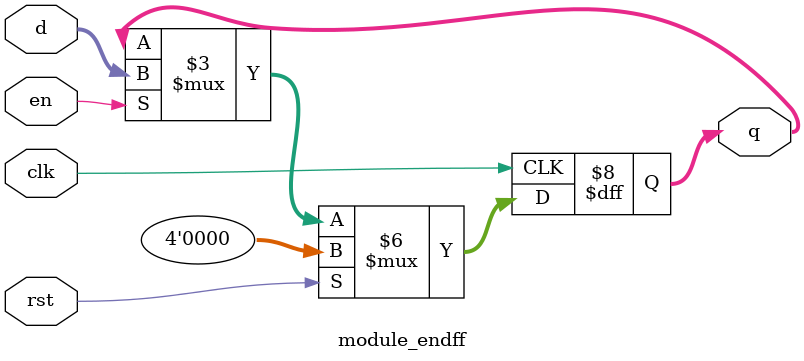
<source format=sv>
module module_endff#(parameter N = 4)(
    // Flip flop para guardar operandos de unidades y decenas antes de ser enviadas
    // al sistema de despliegue
    input logic clk,
    input logic rst,
    input logic en,
    input logic [N-1:0] d,
    output logic [N-1:0] q
);
always_ff@(posedge clk)begin
    if (rst) begin
        q <= '0;
    end
    else if (en) begin
        q <= d;
    end
    else begin
        q <= q; // Mantiene el valor actual si no está habilitado
    end
end
endmodule
</source>
